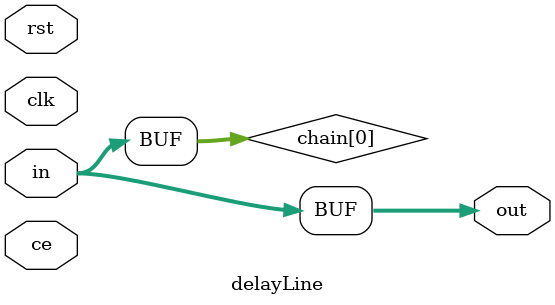
<source format=v>
`timescale 1ns / 1ps
module delayLine #(
        parameter   DELAY = 0,
        parameter   WIDTH = 8
    )(
        input                   ce,
        input                   rst,
        input                   clk,
        input  [WIDTH - 1:0]    in,
        output [WIDTH - 1:0]    out
    );
    wire [WIDTH - 1:0]  chain [DELAY:0];
    assign chain[0] = in;
    assign out  = chain[DELAY];
    
    generate
        genvar i;
        for(i = 0; i < DELAY; i = i + 1)
            wlatch #(
                .WIDTH(WIDTH)
            )
            lat (
                .ce(ce),
                .rst(rst),
                .clk(clk),
                .in(chain[i]),
                .out(chain[i + 1])
            );
    endgenerate
endmodule

</source>
